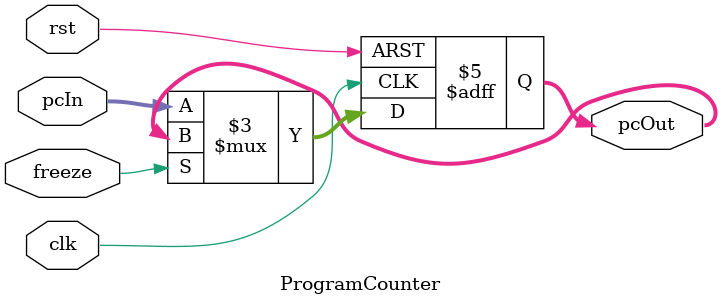
<source format=v>
module ProgramCounter(
    input  [31:0] pcIn,
    output reg [31:0] pcOut,
    input  freeze,
    input  rst,
    input  clk
);

always @(posedge clk or posedge rst) begin
    if (rst)
        pcOut <= 32'b0;
    else if (!freeze)
        pcOut <= pcIn;
    // else: freeze is active, keep current pcOut
end

endmodule

</source>
